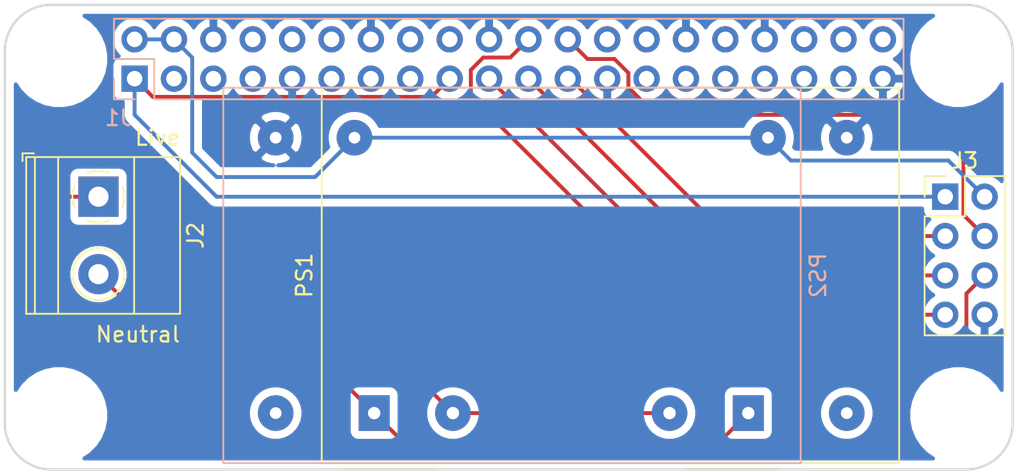
<source format=kicad_pcb>
(kicad_pcb (version 20171130) (host pcbnew "(5.1.8)-1")

  (general
    (thickness 1.6)
    (drawings 22)
    (tracks 55)
    (zones 0)
    (modules 9)
    (nets 36)
  )

  (page A4)
  (title_block
    (title "Raspberry Pi Zero W Mains Power HAT")
    (date 2020-11-09)
    (rev 1.0)
    (comment 1 "This PCB design is licensed under MIT Open Source License.")
    (comment 2 "Based on Raspberry Pi Zero (W) uHAT Template Board")
  )

  (layers
    (0 F.Cu signal)
    (31 B.Cu signal)
    (32 B.Adhes user)
    (33 F.Adhes user)
    (34 B.Paste user)
    (35 F.Paste user)
    (36 B.SilkS user)
    (37 F.SilkS user)
    (38 B.Mask user)
    (39 F.Mask user)
    (40 Dwgs.User user)
    (41 Cmts.User user hide)
    (42 Eco1.User user)
    (43 Eco2.User user)
    (44 Edge.Cuts user)
    (45 Margin user)
    (46 B.CrtYd user)
    (47 F.CrtYd user)
    (48 B.Fab user hide)
    (49 F.Fab user hide)
  )

  (setup
    (last_trace_width 0.25)
    (trace_clearance 0.2)
    (zone_clearance 0.508)
    (zone_45_only no)
    (trace_min 0.2)
    (via_size 0.8)
    (via_drill 0.4)
    (via_min_size 0.4)
    (via_min_drill 0.3)
    (uvia_size 0.3)
    (uvia_drill 0.1)
    (uvias_allowed no)
    (uvia_min_size 0.2)
    (uvia_min_drill 0.1)
    (edge_width 0.15)
    (segment_width 0.2)
    (pcb_text_width 0.3)
    (pcb_text_size 1.5 1.5)
    (mod_edge_width 0.15)
    (mod_text_size 1 1)
    (mod_text_width 0.15)
    (pad_size 1.524 1.524)
    (pad_drill 0.762)
    (pad_to_mask_clearance 0.051)
    (solder_mask_min_width 0.25)
    (aux_axis_origin 0 0)
    (grid_origin 121.032 94.568)
    (visible_elements 7FFFFFFF)
    (pcbplotparams
      (layerselection 0x010fc_ffffffff)
      (usegerberextensions false)
      (usegerberattributes false)
      (usegerberadvancedattributes false)
      (creategerberjobfile false)
      (excludeedgelayer true)
      (linewidth 0.100000)
      (plotframeref false)
      (viasonmask false)
      (mode 1)
      (useauxorigin false)
      (hpglpennumber 1)
      (hpglpenspeed 20)
      (hpglpendiameter 15.000000)
      (psnegative false)
      (psa4output false)
      (plotreference true)
      (plotvalue true)
      (plotinvisibletext false)
      (padsonsilk false)
      (subtractmaskfromsilk false)
      (outputformat 1)
      (mirror false)
      (drillshape 1)
      (scaleselection 1)
      (outputdirectory ""))
  )

  (net 0 "")
  (net 1 +3V3)
  (net 2 +5V)
  (net 3 /GPIO2_SDA1)
  (net 4 /GPIO3_SCL1)
  (net 5 GND)
  (net 6 /GPIO4_GPIO_GCLK)
  (net 7 /GPIO14_TXD0)
  (net 8 /GPIO15_RXD0)
  (net 9 /GPIO17_GEN0)
  (net 10 /GPIO18_GEN1)
  (net 11 /GPIO27_GEN2)
  (net 12 /GPIO22_GEN3)
  (net 13 /GPIO23_GEN4)
  (net 14 /GPIO24_GEN5)
  (net 15 /GPIO10_SPI_MOSI)
  (net 16 /GPIO9_SPI_MISO)
  (net 17 /GPIO25_GEN6)
  (net 18 /GPIO11_SPI_SCLK)
  (net 19 /GPIO8_SPI_CE0_N)
  (net 20 /GPIO7_SPI_CE1_N)
  (net 21 /ID_SD)
  (net 22 /ID_SC)
  (net 23 /GPIO5)
  (net 24 /GPIO6)
  (net 25 /GPIO12)
  (net 26 /GPIO13)
  (net 27 /GPIO19)
  (net 28 /GPIO16)
  (net 29 /GPIO26)
  (net 30 /GPIO20)
  (net 31 /GPIO21)
  (net 32 "Net-(PS1-Pad5)")
  (net 33 "Net-(J2-Pad1)")
  (net 34 "Net-(J2-Pad2)")
  (net 35 "Net-(PS2-Pad5)")

  (net_class Default "This is the default net class."
    (clearance 0.2)
    (trace_width 0.25)
    (via_dia 0.8)
    (via_drill 0.4)
    (uvia_dia 0.3)
    (uvia_drill 0.1)
    (add_net +3V3)
    (add_net +5V)
    (add_net /GPIO10_SPI_MOSI)
    (add_net /GPIO11_SPI_SCLK)
    (add_net /GPIO12)
    (add_net /GPIO13)
    (add_net /GPIO14_TXD0)
    (add_net /GPIO15_RXD0)
    (add_net /GPIO16)
    (add_net /GPIO17_GEN0)
    (add_net /GPIO18_GEN1)
    (add_net /GPIO19)
    (add_net /GPIO20)
    (add_net /GPIO21)
    (add_net /GPIO22_GEN3)
    (add_net /GPIO23_GEN4)
    (add_net /GPIO24_GEN5)
    (add_net /GPIO25_GEN6)
    (add_net /GPIO26)
    (add_net /GPIO27_GEN2)
    (add_net /GPIO2_SDA1)
    (add_net /GPIO3_SCL1)
    (add_net /GPIO4_GPIO_GCLK)
    (add_net /GPIO5)
    (add_net /GPIO6)
    (add_net /GPIO7_SPI_CE1_N)
    (add_net /GPIO8_SPI_CE0_N)
    (add_net /GPIO9_SPI_MISO)
    (add_net /ID_SC)
    (add_net /ID_SD)
    (add_net GND)
    (add_net "Net-(J2-Pad1)")
    (add_net "Net-(J2-Pad2)")
    (add_net "Net-(PS1-Pad5)")
    (add_net "Net-(PS2-Pad5)")
  )

  (module Connector_PinHeader_2.54mm:PinHeader_2x04_P2.54mm_Vertical (layer F.Cu) (tedit 59FED5CC) (tstamp 5FAA6B90)
    (at 178.182 103.458)
    (descr "Through hole straight pin header, 2x04, 2.54mm pitch, double rows")
    (tags "Through hole pin header THT 2x04 2.54mm double row")
    (path /5FB47DDE)
    (fp_text reference J3 (at 1.27 -2.33) (layer F.SilkS)
      (effects (font (size 1 1) (thickness 0.15)))
    )
    (fp_text value "SPI Breakout" (at 1.27 9.95) (layer F.Fab)
      (effects (font (size 1 1) (thickness 0.15)))
    )
    (fp_line (start 4.35 -1.8) (end -1.8 -1.8) (layer F.CrtYd) (width 0.05))
    (fp_line (start 4.35 9.4) (end 4.35 -1.8) (layer F.CrtYd) (width 0.05))
    (fp_line (start -1.8 9.4) (end 4.35 9.4) (layer F.CrtYd) (width 0.05))
    (fp_line (start -1.8 -1.8) (end -1.8 9.4) (layer F.CrtYd) (width 0.05))
    (fp_line (start -1.33 -1.33) (end 0 -1.33) (layer F.SilkS) (width 0.12))
    (fp_line (start -1.33 0) (end -1.33 -1.33) (layer F.SilkS) (width 0.12))
    (fp_line (start 1.27 -1.33) (end 3.87 -1.33) (layer F.SilkS) (width 0.12))
    (fp_line (start 1.27 1.27) (end 1.27 -1.33) (layer F.SilkS) (width 0.12))
    (fp_line (start -1.33 1.27) (end 1.27 1.27) (layer F.SilkS) (width 0.12))
    (fp_line (start 3.87 -1.33) (end 3.87 8.95) (layer F.SilkS) (width 0.12))
    (fp_line (start -1.33 1.27) (end -1.33 8.95) (layer F.SilkS) (width 0.12))
    (fp_line (start -1.33 8.95) (end 3.87 8.95) (layer F.SilkS) (width 0.12))
    (fp_line (start -1.27 0) (end 0 -1.27) (layer F.Fab) (width 0.1))
    (fp_line (start -1.27 8.89) (end -1.27 0) (layer F.Fab) (width 0.1))
    (fp_line (start 3.81 8.89) (end -1.27 8.89) (layer F.Fab) (width 0.1))
    (fp_line (start 3.81 -1.27) (end 3.81 8.89) (layer F.Fab) (width 0.1))
    (fp_line (start 0 -1.27) (end 3.81 -1.27) (layer F.Fab) (width 0.1))
    (fp_text user %R (at 1.27 3.81 90) (layer F.Fab)
      (effects (font (size 1 1) (thickness 0.15)))
    )
    (pad 8 thru_hole oval (at 2.54 7.62) (size 1.7 1.7) (drill 1) (layers *.Cu *.Mask)
      (net 5 GND))
    (pad 7 thru_hole oval (at 0 7.62) (size 1.7 1.7) (drill 1) (layers *.Cu *.Mask)
      (net 15 /GPIO10_SPI_MOSI))
    (pad 6 thru_hole oval (at 2.54 5.08) (size 1.7 1.7) (drill 1) (layers *.Cu *.Mask)
      (net 17 /GPIO25_GEN6))
    (pad 5 thru_hole oval (at 0 5.08) (size 1.7 1.7) (drill 1) (layers *.Cu *.Mask)
      (net 16 /GPIO9_SPI_MISO))
    (pad 4 thru_hole oval (at 2.54 2.54) (size 1.7 1.7) (drill 1) (layers *.Cu *.Mask)
      (net 19 /GPIO8_SPI_CE0_N))
    (pad 3 thru_hole oval (at 0 2.54) (size 1.7 1.7) (drill 1) (layers *.Cu *.Mask)
      (net 18 /GPIO11_SPI_SCLK))
    (pad 2 thru_hole oval (at 2.54 0) (size 1.7 1.7) (drill 1) (layers *.Cu *.Mask)
      (net 2 +5V))
    (pad 1 thru_hole rect (at 0 0) (size 1.7 1.7) (drill 1) (layers *.Cu *.Mask)
      (net 1 +3V3))
    (model ${KISYS3DMOD}/Connector_PinHeader_2.54mm.3dshapes/PinHeader_2x04_P2.54mm_Vertical.wrl
      (at (xyz 0 0 0))
      (scale (xyz 1 1 1))
      (rotate (xyz 0 0 0))
    )
  )

  (module Converter_ACDC:Converter_ACDC_MeanWell_IRM-03-xx_THT (layer B.Cu) (tedit 5C747753) (tstamp 5FAA563C)
    (at 165.482 117.428 90)
    (descr "ACDC-Converter, 3W, Meanwell, IRM-03, THT, https://www.meanwell.com/Upload/PDF/IRM-03/IRM-03-SPEC.PDF")
    (tags "ACDC-Converter 3W THT")
    (path /5FADDD34)
    (fp_text reference PS2 (at 8.89 4.5 90) (layer B.SilkS)
      (effects (font (size 1 1) (thickness 0.15)) (justify mirror))
    )
    (fp_text value IRM-03-5 (at 8.89 -16.24 90) (layer B.Fab)
      (effects (font (size 1 1) (thickness 0.15)) (justify mirror))
    )
    (fp_line (start -3.61 2) (end -3.61 -4) (layer B.SilkS) (width 0.12))
    (fp_line (start -3.11 -1) (end -2.11 0) (layer B.Fab) (width 0.1))
    (fp_line (start -2.11 0) (end -3.11 1) (layer B.Fab) (width 0.1))
    (fp_line (start -3.11 1) (end -3.11 3.26) (layer B.Fab) (width 0.1))
    (fp_line (start -3.11 -1) (end -3.11 -33.74) (layer B.Fab) (width 0.1))
    (fp_line (start 20.89 3.26) (end -3.11 3.26) (layer B.Fab) (width 0.1))
    (fp_line (start 20.89 -33.74) (end -3.11 -33.74) (layer B.Fab) (width 0.1))
    (fp_line (start 20.89 3.26) (end 20.89 -33.74) (layer B.Fab) (width 0.1))
    (fp_line (start 21.01 3.38) (end 21.01 -33.86) (layer B.SilkS) (width 0.12))
    (fp_line (start -3.23 3.38) (end -3.23 -33.86) (layer B.SilkS) (width 0.12))
    (fp_line (start -3.23 -33.86) (end 21.01 -33.86) (layer B.SilkS) (width 0.12))
    (fp_line (start 21.01 3.38) (end -3.23 3.38) (layer B.SilkS) (width 0.12))
    (fp_line (start 21.14 3.51) (end 21.14 -33.99) (layer B.CrtYd) (width 0.05))
    (fp_line (start 21.14 -33.99) (end -3.36 -33.99) (layer B.CrtYd) (width 0.05))
    (fp_line (start -3.36 3.51) (end -3.36 -33.99) (layer B.CrtYd) (width 0.05))
    (fp_line (start 21.14 3.51) (end -3.36 3.51) (layer B.CrtYd) (width 0.05))
    (fp_text user %R (at 8.89 -14.24 90) (layer B.Fab)
      (effects (font (size 1 1) (thickness 0.15)) (justify mirror))
    )
    (pad 5 thru_hole circle (at 0 -30.48 90) (size 2.3 2.3) (drill 0.76) (layers *.Cu *.Mask)
      (net 35 "Net-(PS2-Pad5)"))
    (pad 1 thru_hole rect (at 0 0 90) (size 2.3 2) (drill 0.8) (layers *.Cu *.Mask)
      (net 33 "Net-(J2-Pad1)"))
    (pad 3 thru_hole circle (at 0 -5.08 90) (size 2.3 2.3) (drill 0.8) (layers *.Cu *.Mask)
      (net 34 "Net-(J2-Pad2)"))
    (pad 14 thru_hole circle (at 17.78 -30.48 90) (size 2.3 2.3) (drill 0.76) (layers *.Cu *.Mask)
      (net 5 GND))
    (pad 16 thru_hole circle (at 17.78 -25.4 90) (size 2.3 2.3) (drill 0.76) (layers *.Cu *.Mask)
      (net 2 +5V))
    (model ${KISYS3DMOD}/Converter_ACDC.3dshapes/Converter_ACDC_MeanWell_IRM-03-xx_THT.wrl
      (at (xyz 0 0 0))
      (scale (xyz 1 1 1))
      (rotate (xyz 0 0 0))
    )
  )

  (module Converter_ACDC:Converter_ACDC_MeanWell_IRM-03-xx_THT (layer F.Cu) (tedit 5C747753) (tstamp 5FAA51DD)
    (at 141.352 117.428 90)
    (descr "ACDC-Converter, 3W, Meanwell, IRM-03, THT, https://www.meanwell.com/Upload/PDF/IRM-03/IRM-03-SPEC.PDF")
    (tags "ACDC-Converter 3W THT")
    (path /5FAA3753)
    (fp_text reference PS1 (at 8.89 -4.5 90) (layer F.SilkS)
      (effects (font (size 1 1) (thickness 0.15)))
    )
    (fp_text value IRM-03-5 (at 8.89 16.24 90) (layer F.Fab)
      (effects (font (size 1 1) (thickness 0.15)))
    )
    (fp_line (start 21.14 -3.51) (end -3.36 -3.51) (layer F.CrtYd) (width 0.05))
    (fp_line (start -3.36 -3.51) (end -3.36 33.99) (layer F.CrtYd) (width 0.05))
    (fp_line (start 21.14 33.99) (end -3.36 33.99) (layer F.CrtYd) (width 0.05))
    (fp_line (start 21.14 -3.51) (end 21.14 33.99) (layer F.CrtYd) (width 0.05))
    (fp_line (start 21.01 -3.38) (end -3.23 -3.38) (layer F.SilkS) (width 0.12))
    (fp_line (start -3.23 33.86) (end 21.01 33.86) (layer F.SilkS) (width 0.12))
    (fp_line (start -3.23 -3.38) (end -3.23 33.86) (layer F.SilkS) (width 0.12))
    (fp_line (start 21.01 -3.38) (end 21.01 33.86) (layer F.SilkS) (width 0.12))
    (fp_line (start 20.89 -3.26) (end 20.89 33.74) (layer F.Fab) (width 0.1))
    (fp_line (start 20.89 33.74) (end -3.11 33.74) (layer F.Fab) (width 0.1))
    (fp_line (start 20.89 -3.26) (end -3.11 -3.26) (layer F.Fab) (width 0.1))
    (fp_line (start -3.11 1) (end -3.11 33.74) (layer F.Fab) (width 0.1))
    (fp_line (start -3.11 -1) (end -3.11 -3.26) (layer F.Fab) (width 0.1))
    (fp_line (start -2.11 0) (end -3.11 -1) (layer F.Fab) (width 0.1))
    (fp_line (start -3.11 1) (end -2.11 0) (layer F.Fab) (width 0.1))
    (fp_line (start -3.61 -2) (end -3.61 4) (layer F.SilkS) (width 0.12))
    (fp_text user %R (at 8.89 14.24 90) (layer F.Fab)
      (effects (font (size 1 1) (thickness 0.15)))
    )
    (pad 5 thru_hole circle (at 0 30.48 90) (size 2.3 2.3) (drill 0.76) (layers *.Cu *.Mask)
      (net 32 "Net-(PS1-Pad5)"))
    (pad 1 thru_hole rect (at 0 0 90) (size 2.3 2) (drill 0.8) (layers *.Cu *.Mask)
      (net 33 "Net-(J2-Pad1)"))
    (pad 3 thru_hole circle (at 0 5.08 90) (size 2.3 2.3) (drill 0.8) (layers *.Cu *.Mask)
      (net 34 "Net-(J2-Pad2)"))
    (pad 14 thru_hole circle (at 17.78 30.48 90) (size 2.3 2.3) (drill 0.76) (layers *.Cu *.Mask)
      (net 5 GND))
    (pad 16 thru_hole circle (at 17.78 25.4 90) (size 2.3 2.3) (drill 0.76) (layers *.Cu *.Mask)
      (net 2 +5V))
    (model ${KISYS3DMOD}/Converter_ACDC.3dshapes/Converter_ACDC_MeanWell_IRM-03-xx_THT.wrl
      (at (xyz 0 0 0))
      (scale (xyz 1 1 1))
      (rotate (xyz 0 0 0))
    )
  )

  (module lib:PinSocket_2x20_P2.54mm_Vertical_Centered_Anchor (layer B.Cu) (tedit 5C78E1B8) (tstamp 5C78EB08)
    (at 125.902 95.838 270)
    (descr "Through hole straight socket strip, 2x20, 2.54mm pitch, double cols (from Kicad 4.0.7), script generated")
    (tags "Through hole socket strip THT 2x20 2.54mm double row")
    (path /5C77771F)
    (fp_text reference J1 (at 2.54 1.06) (layer B.SilkS)
      (effects (font (size 1 1) (thickness 0.15)) (justify mirror))
    )
    (fp_text value GPIO_CONNECTOR (at 2.7 -27.3) (layer B.Fab)
      (effects (font (size 1 1) (thickness 0.15)) (justify mirror))
    )
    (fp_line (start -3.81 1.27) (end 0.27 1.27) (layer B.Fab) (width 0.1))
    (fp_line (start 0.27 1.27) (end 1.27 0.27) (layer B.Fab) (width 0.1))
    (fp_line (start 1.27 0.27) (end 1.27 -49.53) (layer B.Fab) (width 0.1))
    (fp_line (start 1.27 -49.53) (end -3.81 -49.53) (layer B.Fab) (width 0.1))
    (fp_line (start -3.81 -49.53) (end -3.81 1.27) (layer B.Fab) (width 0.1))
    (fp_line (start -3.87 1.33) (end -1.27 1.33) (layer B.SilkS) (width 0.12))
    (fp_line (start -3.87 1.33) (end -3.87 -49.59) (layer B.SilkS) (width 0.12))
    (fp_line (start -3.87 -49.59) (end 1.33 -49.59) (layer B.SilkS) (width 0.12))
    (fp_line (start 1.33 -1.27) (end 1.33 -49.59) (layer B.SilkS) (width 0.12))
    (fp_line (start -1.27 -1.27) (end 1.33 -1.27) (layer B.SilkS) (width 0.12))
    (fp_line (start -1.27 1.33) (end -1.27 -1.27) (layer B.SilkS) (width 0.12))
    (fp_line (start 1.33 1.33) (end 1.33 0) (layer B.SilkS) (width 0.12))
    (fp_line (start 0 1.33) (end 1.33 1.33) (layer B.SilkS) (width 0.12))
    (fp_line (start -4.34 1.8) (end 1.76 1.8) (layer B.CrtYd) (width 0.05))
    (fp_line (start 1.76 1.8) (end 1.76 -50) (layer B.CrtYd) (width 0.05))
    (fp_line (start 1.76 -50) (end -4.34 -50) (layer B.CrtYd) (width 0.05))
    (fp_line (start -4.34 -50) (end -4.34 1.8) (layer B.CrtYd) (width 0.05))
    (fp_text user %R (at 2.8 -18.3 180) (layer B.Fab)
      (effects (font (size 1 1) (thickness 0.15)) (justify mirror))
    )
    (pad 1 thru_hole rect (at 0 0 270) (size 1.7 1.7) (drill 1) (layers *.Cu *.Mask)
      (net 1 +3V3))
    (pad 2 thru_hole oval (at -2.54 0 270) (size 1.7 1.7) (drill 1) (layers *.Cu *.Mask)
      (net 2 +5V))
    (pad 3 thru_hole oval (at 0 -2.54 270) (size 1.7 1.7) (drill 1) (layers *.Cu *.Mask)
      (net 3 /GPIO2_SDA1))
    (pad 4 thru_hole oval (at -2.54 -2.54 270) (size 1.7 1.7) (drill 1) (layers *.Cu *.Mask)
      (net 2 +5V))
    (pad 5 thru_hole oval (at 0 -5.08 270) (size 1.7 1.7) (drill 1) (layers *.Cu *.Mask)
      (net 4 /GPIO3_SCL1))
    (pad 6 thru_hole oval (at -2.54 -5.08 270) (size 1.7 1.7) (drill 1) (layers *.Cu *.Mask)
      (net 5 GND))
    (pad 7 thru_hole oval (at 0 -7.62 270) (size 1.7 1.7) (drill 1) (layers *.Cu *.Mask)
      (net 6 /GPIO4_GPIO_GCLK))
    (pad 8 thru_hole oval (at -2.54 -7.62 270) (size 1.7 1.7) (drill 1) (layers *.Cu *.Mask)
      (net 7 /GPIO14_TXD0))
    (pad 9 thru_hole oval (at 0 -10.16 270) (size 1.7 1.7) (drill 1) (layers *.Cu *.Mask)
      (net 5 GND))
    (pad 10 thru_hole oval (at -2.54 -10.16 270) (size 1.7 1.7) (drill 1) (layers *.Cu *.Mask)
      (net 8 /GPIO15_RXD0))
    (pad 11 thru_hole oval (at 0 -12.7 270) (size 1.7 1.7) (drill 1) (layers *.Cu *.Mask)
      (net 9 /GPIO17_GEN0))
    (pad 12 thru_hole oval (at -2.54 -12.7 270) (size 1.7 1.7) (drill 1) (layers *.Cu *.Mask)
      (net 10 /GPIO18_GEN1))
    (pad 13 thru_hole oval (at 0 -15.24 270) (size 1.7 1.7) (drill 1) (layers *.Cu *.Mask)
      (net 11 /GPIO27_GEN2))
    (pad 14 thru_hole oval (at -2.54 -15.24 270) (size 1.7 1.7) (drill 1) (layers *.Cu *.Mask)
      (net 5 GND))
    (pad 15 thru_hole oval (at 0 -17.78 270) (size 1.7 1.7) (drill 1) (layers *.Cu *.Mask)
      (net 12 /GPIO22_GEN3))
    (pad 16 thru_hole oval (at -2.54 -17.78 270) (size 1.7 1.7) (drill 1) (layers *.Cu *.Mask)
      (net 13 /GPIO23_GEN4))
    (pad 17 thru_hole oval (at 0 -20.32 270) (size 1.7 1.7) (drill 1) (layers *.Cu *.Mask)
      (net 1 +3V3))
    (pad 18 thru_hole oval (at -2.54 -20.32 270) (size 1.7 1.7) (drill 1) (layers *.Cu *.Mask)
      (net 14 /GPIO24_GEN5))
    (pad 19 thru_hole oval (at 0 -22.86 270) (size 1.7 1.7) (drill 1) (layers *.Cu *.Mask)
      (net 15 /GPIO10_SPI_MOSI))
    (pad 20 thru_hole oval (at -2.54 -22.86 270) (size 1.7 1.7) (drill 1) (layers *.Cu *.Mask)
      (net 5 GND))
    (pad 21 thru_hole oval (at 0 -25.4 270) (size 1.7 1.7) (drill 1) (layers *.Cu *.Mask)
      (net 16 /GPIO9_SPI_MISO))
    (pad 22 thru_hole oval (at -2.54 -25.4 270) (size 1.7 1.7) (drill 1) (layers *.Cu *.Mask)
      (net 17 /GPIO25_GEN6))
    (pad 23 thru_hole oval (at 0 -27.94 270) (size 1.7 1.7) (drill 1) (layers *.Cu *.Mask)
      (net 18 /GPIO11_SPI_SCLK))
    (pad 24 thru_hole oval (at -2.54 -27.94 270) (size 1.7 1.7) (drill 1) (layers *.Cu *.Mask)
      (net 19 /GPIO8_SPI_CE0_N))
    (pad 25 thru_hole oval (at 0 -30.48 270) (size 1.7 1.7) (drill 1) (layers *.Cu *.Mask)
      (net 5 GND))
    (pad 26 thru_hole oval (at -2.54 -30.48 270) (size 1.7 1.7) (drill 1) (layers *.Cu *.Mask)
      (net 20 /GPIO7_SPI_CE1_N))
    (pad 27 thru_hole oval (at 0 -33.02 270) (size 1.7 1.7) (drill 1) (layers *.Cu *.Mask)
      (net 21 /ID_SD))
    (pad 28 thru_hole oval (at -2.54 -33.02 270) (size 1.7 1.7) (drill 1) (layers *.Cu *.Mask)
      (net 22 /ID_SC))
    (pad 29 thru_hole oval (at 0 -35.56 270) (size 1.7 1.7) (drill 1) (layers *.Cu *.Mask)
      (net 23 /GPIO5))
    (pad 30 thru_hole oval (at -2.54 -35.56 270) (size 1.7 1.7) (drill 1) (layers *.Cu *.Mask)
      (net 5 GND))
    (pad 31 thru_hole oval (at 0 -38.1 270) (size 1.7 1.7) (drill 1) (layers *.Cu *.Mask)
      (net 24 /GPIO6))
    (pad 32 thru_hole oval (at -2.54 -38.1 270) (size 1.7 1.7) (drill 1) (layers *.Cu *.Mask)
      (net 25 /GPIO12))
    (pad 33 thru_hole oval (at 0 -40.64 270) (size 1.7 1.7) (drill 1) (layers *.Cu *.Mask)
      (net 26 /GPIO13))
    (pad 34 thru_hole oval (at -2.54 -40.64 270) (size 1.7 1.7) (drill 1) (layers *.Cu *.Mask)
      (net 5 GND))
    (pad 35 thru_hole oval (at 0 -43.18 270) (size 1.7 1.7) (drill 1) (layers *.Cu *.Mask)
      (net 27 /GPIO19))
    (pad 36 thru_hole oval (at -2.54 -43.18 270) (size 1.7 1.7) (drill 1) (layers *.Cu *.Mask)
      (net 28 /GPIO16))
    (pad 37 thru_hole oval (at 0 -45.72 270) (size 1.7 1.7) (drill 1) (layers *.Cu *.Mask)
      (net 29 /GPIO26))
    (pad 38 thru_hole oval (at -2.54 -45.72 270) (size 1.7 1.7) (drill 1) (layers *.Cu *.Mask)
      (net 30 /GPIO20))
    (pad 39 thru_hole oval (at 0 -48.26 270) (size 1.7 1.7) (drill 1) (layers *.Cu *.Mask)
      (net 5 GND))
    (pad 40 thru_hole oval (at -2.54 -48.26 270) (size 1.7 1.7) (drill 1) (layers *.Cu *.Mask)
      (net 31 /GPIO21))
    (model ${KISYS3DMOD}/Connector_PinSocket_2.54mm.3dshapes/PinSocket_2x20_P2.54mm_Vertical.wrl
      (at (xyz 0 0 0))
      (scale (xyz 1 1 1))
      (rotate (xyz 0 0 0))
    )
  )

  (module lib:MountingHole_2.7mm_M2.5_uHAT_RPi locked (layer F.Cu) (tedit 5C78B840) (tstamp 5C78BBE2)
    (at 121.032 94.568)
    (descr "Mounting Hole 2.7mm, no annular, M2.5")
    (tags "mounting hole 2.7mm no annular m2.5")
    (path /5C7C4C81)
    (attr virtual)
    (fp_text reference H1 (at 0 -3.7) (layer F.SilkS) hide
      (effects (font (size 1 1) (thickness 0.15)))
    )
    (fp_text value MountingHole (at 0 3.7) (layer F.Fab) hide
      (effects (font (size 1 1) (thickness 0.15)))
    )
    (fp_circle (center 0 0) (end 2.7 0) (layer Cmts.User) (width 0.15))
    (fp_circle (center 0 0) (end 2.95 0) (layer F.CrtYd) (width 0.05))
    (fp_text user %R (at 0.3 0) (layer F.Fab)
      (effects (font (size 1 1) (thickness 0.15)))
    )
    (pad "" np_thru_hole circle (at 0 0) (size 2.7 2.7) (drill 2.7) (layers *.Cu *.Mask)
      (clearance 1.75))
  )

  (module lib:MountingHole_2.7mm_M2.5_uHAT_RPi locked (layer F.Cu) (tedit 5C78B867) (tstamp 5C78BBE9)
    (at 179.032 94.568)
    (descr "Mounting Hole 2.7mm, no annular, M2.5")
    (tags "mounting hole 2.7mm no annular m2.5")
    (path /5C7C7FBC)
    (attr virtual)
    (fp_text reference H2 (at 0 -3.7) (layer F.SilkS) hide
      (effects (font (size 1 1) (thickness 0.15)))
    )
    (fp_text value MountingHole (at 0 3.7) (layer F.Fab) hide
      (effects (font (size 1 1) (thickness 0.15)))
    )
    (fp_circle (center 0 0) (end 2.95 0) (layer F.CrtYd) (width 0.05))
    (fp_circle (center 0 0) (end 2.7 0) (layer Cmts.User) (width 0.15))
    (fp_text user %R (at 0.3 0) (layer F.Fab)
      (effects (font (size 1 1) (thickness 0.15)))
    )
    (pad "" np_thru_hole circle (at 0 0) (size 2.7 2.7) (drill 2.7) (layers *.Cu *.Mask)
      (clearance 1.75))
  )

  (module lib:MountingHole_2.7mm_M2.5_uHAT_RPi locked (layer F.Cu) (tedit 5C78B860) (tstamp 5C78BBF0)
    (at 179.032 117.568)
    (descr "Mounting Hole 2.7mm, no annular, M2.5")
    (tags "mounting hole 2.7mm no annular m2.5")
    (path /5C7C8014)
    (attr virtual)
    (fp_text reference H3 (at 0 -3.7) (layer F.SilkS) hide
      (effects (font (size 1 1) (thickness 0.15)))
    )
    (fp_text value MountingHole (at 0 3.7) (layer F.Fab) hide
      (effects (font (size 1 1) (thickness 0.15)))
    )
    (fp_circle (center 0 0) (end 2.7 0) (layer Cmts.User) (width 0.15))
    (fp_circle (center 0 0) (end 2.95 0) (layer F.CrtYd) (width 0.05))
    (fp_text user %R (at 0.3 0) (layer F.Fab)
      (effects (font (size 1 1) (thickness 0.15)))
    )
    (pad "" np_thru_hole circle (at 0 0) (size 2.7 2.7) (drill 2.7) (layers *.Cu *.Mask)
      (clearance 1.75))
  )

  (module lib:MountingHole_2.7mm_M2.5_uHAT_RPi locked (layer F.Cu) (tedit 5C78B845) (tstamp 5C78BBF7)
    (at 121.032 117.568)
    (descr "Mounting Hole 2.7mm, no annular, M2.5")
    (tags "mounting hole 2.7mm no annular m2.5")
    (path /5C7C8030)
    (attr virtual)
    (fp_text reference H4 (at 0 -3.7) (layer F.SilkS) hide
      (effects (font (size 1 1) (thickness 0.15)))
    )
    (fp_text value MountingHole (at 0 3.7) (layer F.Fab) hide
      (effects (font (size 1 1) (thickness 0.15)))
    )
    (fp_circle (center 0 0) (end 2.95 0) (layer F.CrtYd) (width 0.05))
    (fp_circle (center 0 0) (end 2.7 0) (layer Cmts.User) (width 0.15))
    (fp_text user %R (at 0.3 0) (layer F.Fab)
      (effects (font (size 1 1) (thickness 0.15)))
    )
    (pad "" np_thru_hole circle (at 0 0) (size 2.7 2.7) (drill 2.7) (layers *.Cu *.Mask)
      (clearance 1.75))
  )

  (module TerminalBlock_Phoenix:TerminalBlock_Phoenix_MKDS-1,5-2_1x02_P5.00mm_Horizontal (layer F.Cu) (tedit 5B294EE5) (tstamp 5FAA513A)
    (at 123.572 103.458 270)
    (descr "Terminal Block Phoenix MKDS-1,5-2, 2 pins, pitch 5mm, size 10x9.8mm^2, drill diamater 1.3mm, pad diameter 2.6mm, see http://www.farnell.com/datasheets/100425.pdf, script-generated using https://github.com/pointhi/kicad-footprint-generator/scripts/TerminalBlock_Phoenix")
    (tags "THT Terminal Block Phoenix MKDS-1,5-2 pitch 5mm size 10x9.8mm^2 drill 1.3mm pad 2.6mm")
    (path /5FAB1020)
    (fp_text reference J2 (at 2.5 -6.26 90) (layer F.SilkS)
      (effects (font (size 1 1) (thickness 0.15)))
    )
    (fp_text value Screw_Terminal_01x02 (at 2.5 5.66 90) (layer F.Fab)
      (effects (font (size 1 1) (thickness 0.15)))
    )
    (fp_circle (center 0 0) (end 1.5 0) (layer F.Fab) (width 0.1))
    (fp_circle (center 5 0) (end 6.5 0) (layer F.Fab) (width 0.1))
    (fp_circle (center 5 0) (end 6.68 0) (layer F.SilkS) (width 0.12))
    (fp_line (start -2.5 -5.2) (end 7.5 -5.2) (layer F.Fab) (width 0.1))
    (fp_line (start 7.5 -5.2) (end 7.5 4.6) (layer F.Fab) (width 0.1))
    (fp_line (start 7.5 4.6) (end -2 4.6) (layer F.Fab) (width 0.1))
    (fp_line (start -2 4.6) (end -2.5 4.1) (layer F.Fab) (width 0.1))
    (fp_line (start -2.5 4.1) (end -2.5 -5.2) (layer F.Fab) (width 0.1))
    (fp_line (start -2.5 4.1) (end 7.5 4.1) (layer F.Fab) (width 0.1))
    (fp_line (start -2.56 4.1) (end 7.56 4.1) (layer F.SilkS) (width 0.12))
    (fp_line (start -2.5 2.6) (end 7.5 2.6) (layer F.Fab) (width 0.1))
    (fp_line (start -2.56 2.6) (end 7.56 2.6) (layer F.SilkS) (width 0.12))
    (fp_line (start -2.5 -2.3) (end 7.5 -2.3) (layer F.Fab) (width 0.1))
    (fp_line (start -2.56 -2.301) (end 7.56 -2.301) (layer F.SilkS) (width 0.12))
    (fp_line (start -2.56 -5.261) (end 7.56 -5.261) (layer F.SilkS) (width 0.12))
    (fp_line (start -2.56 4.66) (end 7.56 4.66) (layer F.SilkS) (width 0.12))
    (fp_line (start -2.56 -5.261) (end -2.56 4.66) (layer F.SilkS) (width 0.12))
    (fp_line (start 7.56 -5.261) (end 7.56 4.66) (layer F.SilkS) (width 0.12))
    (fp_line (start 1.138 -0.955) (end -0.955 1.138) (layer F.Fab) (width 0.1))
    (fp_line (start 0.955 -1.138) (end -1.138 0.955) (layer F.Fab) (width 0.1))
    (fp_line (start 6.138 -0.955) (end 4.046 1.138) (layer F.Fab) (width 0.1))
    (fp_line (start 5.955 -1.138) (end 3.863 0.955) (layer F.Fab) (width 0.1))
    (fp_line (start 6.275 -1.069) (end 6.228 -1.023) (layer F.SilkS) (width 0.12))
    (fp_line (start 3.966 1.239) (end 3.931 1.274) (layer F.SilkS) (width 0.12))
    (fp_line (start 6.07 -1.275) (end 6.035 -1.239) (layer F.SilkS) (width 0.12))
    (fp_line (start 3.773 1.023) (end 3.726 1.069) (layer F.SilkS) (width 0.12))
    (fp_line (start -2.8 4.16) (end -2.8 4.9) (layer F.SilkS) (width 0.12))
    (fp_line (start -2.8 4.9) (end -2.3 4.9) (layer F.SilkS) (width 0.12))
    (fp_line (start -3 -5.71) (end -3 5.1) (layer F.CrtYd) (width 0.05))
    (fp_line (start -3 5.1) (end 8 5.1) (layer F.CrtYd) (width 0.05))
    (fp_line (start 8 5.1) (end 8 -5.71) (layer F.CrtYd) (width 0.05))
    (fp_line (start 8 -5.71) (end -3 -5.71) (layer F.CrtYd) (width 0.05))
    (fp_arc (start 0 0) (end 0 1.68) (angle -24) (layer F.SilkS) (width 0.12))
    (fp_arc (start 0 0) (end 1.535 0.684) (angle -48) (layer F.SilkS) (width 0.12))
    (fp_arc (start 0 0) (end 0.684 -1.535) (angle -48) (layer F.SilkS) (width 0.12))
    (fp_arc (start 0 0) (end -1.535 -0.684) (angle -48) (layer F.SilkS) (width 0.12))
    (fp_arc (start 0 0) (end -0.684 1.535) (angle -25) (layer F.SilkS) (width 0.12))
    (fp_text user %R (at 2.5 3.2 90) (layer F.Fab)
      (effects (font (size 1 1) (thickness 0.15)))
    )
    (pad 1 thru_hole rect (at 0 0 270) (size 2.6 2.6) (drill 1.3) (layers *.Cu *.Mask)
      (net 33 "Net-(J2-Pad1)"))
    (pad 2 thru_hole circle (at 5 0 270) (size 2.6 2.6) (drill 1.3) (layers *.Cu *.Mask)
      (net 34 "Net-(J2-Pad2)"))
    (model ${KISYS3DMOD}/TerminalBlock_Phoenix.3dshapes/TerminalBlock_Phoenix_MKDS-1,5-2_1x02_P5.00mm_Horizontal.wrl
      (at (xyz 0 0 0))
      (scale (xyz 1 1 1))
      (rotate (xyz 0 0 0))
    )
  )

  (gr_text "Neutral\n" (at 126.112 112.348) (layer F.SilkS)
    (effects (font (size 1 1) (thickness 0.15)))
  )
  (gr_text "Live\n" (at 127.382 99.648) (layer F.SilkS)
    (effects (font (size 1 1) (thickness 0.15)))
  )
  (gr_text "Board dimensions are on Cmts (Comments) layer. \nDeselect it in Layers Manager to make them invisible.\n\nGPIO connector nets are not connected, these will get \nupdated as per your schematic/netlist." (at 120.524 139.272) (layer Cmts.User)
    (effects (font (size 1.5 1.5) (thickness 0.3)) (justify left))
  )
  (gr_text "Board Corner Radius = 3mm\nAll holes are M2.5" (at 184.278 87.202) (layer Cmts.User)
    (effects (font (size 1.5 1.5) (thickness 0.3)) (justify left))
  )
  (dimension 29 (width 0.3) (layer Cmts.User)
    (gr_text "29.000 mm" (at 135.532 103.868) (layer Cmts.User)
      (effects (font (size 1.5 1.5) (thickness 0.3)))
    )
    (feature1 (pts (xy 121.032 94.568) (xy 121.032 102.354421)))
    (feature2 (pts (xy 150.032 94.568) (xy 150.032 102.354421)))
    (crossbar (pts (xy 150.032 101.768) (xy 121.032 101.768)))
    (arrow1a (pts (xy 121.032 101.768) (xy 122.158504 101.181579)))
    (arrow1b (pts (xy 121.032 101.768) (xy 122.158504 102.354421)))
    (arrow2a (pts (xy 150.032 101.768) (xy 148.905496 101.181579)))
    (arrow2b (pts (xy 150.032 101.768) (xy 148.905496 102.354421)))
  )
  (dimension 6.2 (width 0.3) (layer Cmts.User)
    (gr_text "6.200 mm" (at 179.032 129.268) (layer Cmts.User)
      (effects (font (size 1.5 1.5) (thickness 0.3)))
    )
    (feature1 (pts (xy 182.132 117.568) (xy 182.132 127.754421)))
    (feature2 (pts (xy 175.932 117.568) (xy 175.932 127.754421)))
    (crossbar (pts (xy 175.932 127.168) (xy 182.132 127.168)))
    (arrow1a (pts (xy 182.132 127.168) (xy 181.005496 127.754421)))
    (arrow1b (pts (xy 182.132 127.168) (xy 181.005496 126.581579)))
    (arrow2a (pts (xy 175.932 127.168) (xy 177.058504 127.754421)))
    (arrow2b (pts (xy 175.932 127.168) (xy 177.058504 126.581579)))
  )
  (dimension 3.5 (width 0.3) (layer Cmts.User)
    (gr_text "3.500 mm" (at 111.432 119.318 270) (layer Cmts.User)
      (effects (font (size 1.5 1.5) (thickness 0.3)))
    )
    (feature1 (pts (xy 121.032 121.068) (xy 112.945579 121.068)))
    (feature2 (pts (xy 121.032 117.568) (xy 112.945579 117.568)))
    (crossbar (pts (xy 113.532 117.568) (xy 113.532 121.068)))
    (arrow1a (pts (xy 113.532 121.068) (xy 112.945579 119.941496)))
    (arrow1b (pts (xy 113.532 121.068) (xy 114.118421 119.941496)))
    (arrow2a (pts (xy 113.532 117.568) (xy 112.945579 118.694504)))
    (arrow2b (pts (xy 113.532 117.568) (xy 114.118421 118.694504)))
  )
  (dimension 3.5 (width 0.3) (layer Cmts.User)
    (gr_text "3.500 mm" (at 119.282 125.668) (layer Cmts.User)
      (effects (font (size 1.5 1.5) (thickness 0.3)))
    )
    (feature1 (pts (xy 117.532 117.568) (xy 117.532 124.154421)))
    (feature2 (pts (xy 121.032 117.568) (xy 121.032 124.154421)))
    (crossbar (pts (xy 121.032 123.568) (xy 117.532 123.568)))
    (arrow1a (pts (xy 117.532 123.568) (xy 118.658504 122.981579)))
    (arrow1b (pts (xy 117.532 123.568) (xy 118.658504 124.154421)))
    (arrow2a (pts (xy 121.032 123.568) (xy 119.905496 122.981579)))
    (arrow2b (pts (xy 121.032 123.568) (xy 119.905496 124.154421)))
  )
  (dimension 30 (width 0.3) (layer Cmts.User)
    (gr_text "30.000 mm" (at 194.132 106.068 270) (layer Cmts.User)
      (effects (font (size 1.5 1.5) (thickness 0.3)))
    )
    (feature1 (pts (xy 179.032 121.068) (xy 192.618421 121.068)))
    (feature2 (pts (xy 179.032 91.068) (xy 192.618421 91.068)))
    (crossbar (pts (xy 192.032 91.068) (xy 192.032 121.068)))
    (arrow1a (pts (xy 192.032 121.068) (xy 191.445579 119.941496)))
    (arrow1b (pts (xy 192.032 121.068) (xy 192.618421 119.941496)))
    (arrow2a (pts (xy 192.032 91.068) (xy 191.445579 92.194504)))
    (arrow2b (pts (xy 192.032 91.068) (xy 192.618421 92.194504)))
  )
  (dimension 23 (width 0.3) (layer Cmts.User)
    (gr_text "23.000 mm" (at 188.632 106.068 270) (layer Cmts.User)
      (effects (font (size 1.5 1.5) (thickness 0.3)))
    )
    (feature1 (pts (xy 179.032 117.568) (xy 187.118421 117.568)))
    (feature2 (pts (xy 179.032 94.568) (xy 187.118421 94.568)))
    (crossbar (pts (xy 186.532 94.568) (xy 186.532 117.568)))
    (arrow1a (pts (xy 186.532 117.568) (xy 185.945579 116.441496)))
    (arrow1b (pts (xy 186.532 117.568) (xy 187.118421 116.441496)))
    (arrow2a (pts (xy 186.532 94.568) (xy 185.945579 95.694504)))
    (arrow2b (pts (xy 186.532 94.568) (xy 187.118421 95.694504)))
  )
  (dimension 65 (width 0.3) (layer Cmts.User)
    (gr_text "65.000 mm" (at 150.032 80.468) (layer Cmts.User)
      (effects (font (size 1.5 1.5) (thickness 0.3)))
    )
    (feature1 (pts (xy 182.532 94.568) (xy 182.532 81.981579)))
    (feature2 (pts (xy 117.532 94.568) (xy 117.532 81.981579)))
    (crossbar (pts (xy 117.532 82.568) (xy 182.532 82.568)))
    (arrow1a (pts (xy 182.532 82.568) (xy 181.405496 83.154421)))
    (arrow1b (pts (xy 182.532 82.568) (xy 181.405496 81.981579)))
    (arrow2a (pts (xy 117.532 82.568) (xy 118.658504 83.154421)))
    (arrow2b (pts (xy 117.532 82.568) (xy 118.658504 81.981579)))
  )
  (dimension 58 (width 0.3) (layer Cmts.User)
    (gr_text "58.000 mm" (at 150.032 84.968) (layer Cmts.User)
      (effects (font (size 1.5 1.5) (thickness 0.3)))
    )
    (feature1 (pts (xy 179.032 94.568) (xy 179.032 86.481579)))
    (feature2 (pts (xy 121.032 94.568) (xy 121.032 86.481579)))
    (crossbar (pts (xy 121.032 87.068) (xy 179.032 87.068)))
    (arrow1a (pts (xy 179.032 87.068) (xy 177.905496 87.654421)))
    (arrow1b (pts (xy 179.032 87.068) (xy 177.905496 86.481579)))
    (arrow2a (pts (xy 121.032 87.068) (xy 122.158504 87.654421)))
    (arrow2b (pts (xy 121.032 87.068) (xy 122.158504 86.481579)))
  )
  (gr_line (start 121.032 121.068) (end 120.532 121.068) (layer Edge.Cuts) (width 0.15) (tstamp 5C77FCD3))
  (gr_line (start 179.032 121.068) (end 179.532 121.068) (layer Edge.Cuts) (width 0.15) (tstamp 5C77FCD0))
  (gr_line (start 182.532 94.068) (end 182.532 118.068) (layer Edge.Cuts) (width 0.15) (tstamp 5C77FCCD))
  (gr_line (start 120.532 91.068) (end 179.532 91.068) (layer Edge.Cuts) (width 0.15) (tstamp 5C77FCCA))
  (gr_line (start 117.532 118.068) (end 117.532 94.068) (layer Edge.Cuts) (width 0.15) (tstamp 5C77FCC7))
  (gr_arc (start 120.532 94.068) (end 120.532 91.068) (angle -90) (layer Edge.Cuts) (width 0.15) (tstamp 5C77FCC4))
  (gr_arc (start 120.532 118.068) (end 117.532 118.068) (angle -90) (layer Edge.Cuts) (width 0.15) (tstamp 5C77FCC1))
  (gr_arc (start 179.532 118.068) (end 179.532 121.068) (angle -90) (layer Edge.Cuts) (width 0.15) (tstamp 5C77FCBE))
  (gr_arc (start 179.532 94.068) (end 182.532 94.068) (angle -90) (layer Edge.Cuts) (width 0.15) (tstamp 5C77FCBB))
  (gr_line (start 121.032 121.068) (end 179.032 121.068) (layer Edge.Cuts) (width 0.15) (tstamp 5C77FCB8))

  (segment (start 125.902 95.838) (end 125.902 98.168) (width 0.25) (layer B.Cu) (net 1))
  (segment (start 131.192 103.458) (end 178.182 103.458) (width 0.25) (layer B.Cu) (net 1))
  (segment (start 125.902 98.168) (end 131.192 103.458) (width 0.25) (layer B.Cu) (net 1))
  (segment (start 127.077001 97.013001) (end 125.902 95.838) (width 0.25) (layer F.Cu) (net 1))
  (segment (start 145.046999 97.013001) (end 127.077001 97.013001) (width 0.25) (layer F.Cu) (net 1))
  (segment (start 146.222 95.838) (end 145.046999 97.013001) (width 0.25) (layer F.Cu) (net 1))
  (segment (start 137.542 102.188) (end 140.082 99.648) (width 0.25) (layer B.Cu) (net 2))
  (segment (start 131.192 102.188) (end 137.542 102.188) (width 0.25) (layer B.Cu) (net 2))
  (segment (start 129.617001 100.613001) (end 131.192 102.188) (width 0.25) (layer B.Cu) (net 2))
  (segment (start 129.617001 94.473001) (end 129.617001 100.613001) (width 0.25) (layer B.Cu) (net 2))
  (segment (start 128.442 93.298) (end 129.617001 94.473001) (width 0.25) (layer B.Cu) (net 2))
  (segment (start 140.082 99.648) (end 166.752 99.648) (width 0.25) (layer B.Cu) (net 2))
  (segment (start 125.902 93.298) (end 128.442 93.298) (width 0.25) (layer B.Cu) (net 2))
  (segment (start 168.227001 101.123001) (end 166.752 99.648) (width 0.25) (layer B.Cu) (net 2))
  (segment (start 178.387001 101.123001) (end 180.722 103.458) (width 0.25) (layer B.Cu) (net 2))
  (segment (start 168.227001 101.123001) (end 178.387001 101.123001) (width 0.25) (layer B.Cu) (net 2))
  (segment (start 164.002 111.078) (end 178.182 111.078) (width 0.25) (layer F.Cu) (net 15))
  (segment (start 148.762 95.838) (end 164.002 111.078) (width 0.25) (layer F.Cu) (net 15))
  (segment (start 164.002 108.538) (end 178.182 108.538) (width 0.25) (layer F.Cu) (net 16))
  (segment (start 151.302 95.838) (end 164.002 108.538) (width 0.25) (layer F.Cu) (net 16))
  (segment (start 179.546999 109.713001) (end 179.546999 112.253001) (width 0.25) (layer F.Cu) (net 17))
  (segment (start 180.722 108.538) (end 179.546999 109.713001) (width 0.25) (layer F.Cu) (net 17))
  (segment (start 179.546999 112.253001) (end 178.182 113.618) (width 0.25) (layer F.Cu) (net 17))
  (segment (start 178.182 113.618) (end 164.212 113.618) (width 0.25) (layer F.Cu) (net 17))
  (segment (start 150.126999 94.473001) (end 151.302 93.298) (width 0.25) (layer F.Cu) (net 17))
  (segment (start 148.387997 94.473001) (end 150.126999 94.473001) (width 0.25) (layer F.Cu) (net 17))
  (segment (start 147.586999 95.273999) (end 148.387997 94.473001) (width 0.25) (layer F.Cu) (net 17))
  (segment (start 147.586999 96.992999) (end 147.586999 95.273999) (width 0.25) (layer F.Cu) (net 17))
  (segment (start 164.212 113.618) (end 147.586999 96.992999) (width 0.25) (layer F.Cu) (net 17))
  (segment (start 154.006588 95.838) (end 153.842 95.838) (width 0.25) (layer F.Cu) (net 18))
  (segment (start 164.166588 105.998) (end 154.006588 95.838) (width 0.25) (layer F.Cu) (net 18))
  (segment (start 178.182 105.998) (end 164.166588 105.998) (width 0.25) (layer F.Cu) (net 18))
  (segment (start 155.112 94.568) (end 153.842 93.298) (width 0.25) (layer F.Cu) (net 19))
  (segment (start 156.851002 94.568) (end 155.112 94.568) (width 0.25) (layer F.Cu) (net 19))
  (segment (start 157.746999 96.402001) (end 157.746999 95.463997) (width 0.25) (layer F.Cu) (net 19))
  (segment (start 157.746999 95.463997) (end 156.851002 94.568) (width 0.25) (layer F.Cu) (net 19))
  (segment (start 159.517997 98.172999) (end 157.746999 96.402001) (width 0.25) (layer F.Cu) (net 19))
  (segment (start 177.976999 98.172999) (end 159.517997 98.172999) (width 0.25) (layer F.Cu) (net 19))
  (segment (start 179.357001 104.633001) (end 179.357001 99.553001) (width 0.25) (layer F.Cu) (net 19))
  (segment (start 180.722 105.998) (end 179.357001 104.633001) (width 0.25) (layer F.Cu) (net 19))
  (segment (start 179.357001 99.553001) (end 177.976999 98.172999) (width 0.25) (layer F.Cu) (net 19))
  (segment (start 138.812 114.888) (end 141.352 117.428) (width 0.25) (layer F.Cu) (net 33))
  (segment (start 124.842 114.888) (end 138.812 114.888) (width 0.25) (layer F.Cu) (net 33))
  (segment (start 119.762 109.808) (end 124.842 114.888) (width 0.25) (layer F.Cu) (net 33))
  (segment (start 119.762 104.728) (end 119.762 109.808) (width 0.25) (layer F.Cu) (net 33))
  (segment (start 121.032 103.458) (end 119.762 104.728) (width 0.25) (layer F.Cu) (net 33))
  (segment (start 123.572 103.458) (end 121.032 103.458) (width 0.25) (layer F.Cu) (net 33))
  (segment (start 141.352 117.428) (end 143.892 119.968) (width 0.25) (layer F.Cu) (net 33))
  (segment (start 143.892 119.968) (end 162.942 119.968) (width 0.25) (layer F.Cu) (net 33))
  (segment (start 162.942 119.968) (end 165.482 117.428) (width 0.25) (layer F.Cu) (net 33))
  (segment (start 146.272 117.428) (end 146.432 117.428) (width 0.25) (layer F.Cu) (net 34))
  (segment (start 146.432 117.428) (end 160.402 117.428) (width 0.25) (layer F.Cu) (net 34))
  (segment (start 146.432 117.428) (end 141.352 112.348) (width 0.25) (layer F.Cu) (net 34))
  (segment (start 127.462 112.348) (end 123.572 108.458) (width 0.25) (layer F.Cu) (net 34))
  (segment (start 141.352 112.348) (end 127.462 112.348) (width 0.25) (layer F.Cu) (net 34))

  (zone (net 5) (net_name GND) (layer B.Cu) (tstamp 5FAA72E8) (hatch edge 0.508)
    (connect_pads (clearance 0.508))
    (min_thickness 0.254)
    (fill yes (arc_segments 32) (thermal_gap 0.508) (thermal_bridge_width 0.508))
    (polygon
      (pts
        (xy 183.262 121.238) (xy 117.222 121.238) (xy 117.222 90.758) (xy 183.262 90.758)
      )
    )
    (filled_polygon
      (pts
        (xy 176.974907 92.061425) (xy 176.525425 92.510907) (xy 176.17227 93.039442) (xy 175.929012 93.626719) (xy 175.805 94.250168)
        (xy 175.805 94.885832) (xy 175.929012 95.509281) (xy 176.17227 96.096558) (xy 176.525425 96.625093) (xy 176.974907 97.074575)
        (xy 177.503442 97.42773) (xy 178.090719 97.670988) (xy 178.714168 97.795) (xy 179.349832 97.795) (xy 179.973281 97.670988)
        (xy 180.560558 97.42773) (xy 181.089093 97.074575) (xy 181.538575 96.625093) (xy 181.822 96.200916) (xy 181.822 102.457893)
        (xy 181.668632 102.304525) (xy 181.425411 102.14201) (xy 181.155158 102.030068) (xy 180.86826 101.973) (xy 180.57574 101.973)
        (xy 180.355592 102.01679) (xy 178.950805 100.612004) (xy 178.927002 100.583) (xy 178.811277 100.488027) (xy 178.679248 100.417455)
        (xy 178.535987 100.373998) (xy 178.424334 100.363001) (xy 178.424323 100.363001) (xy 178.387001 100.359325) (xy 178.349679 100.363001)
        (xy 173.469756 100.363001) (xy 173.509961 100.281704) (xy 173.601349 99.942174) (xy 173.624741 99.591339) (xy 173.57924 99.242681)
        (xy 173.466594 98.9096) (xy 173.35409 98.699118) (xy 173.074349 98.585256) (xy 172.011605 99.648) (xy 172.025748 99.662143)
        (xy 171.846143 99.841748) (xy 171.832 99.827605) (xy 171.817858 99.841748) (xy 171.638253 99.662143) (xy 171.652395 99.648)
        (xy 170.589651 98.585256) (xy 170.30991 98.699118) (xy 170.154039 99.014296) (xy 170.062651 99.353826) (xy 170.039259 99.704661)
        (xy 170.08476 100.053319) (xy 170.189493 100.363001) (xy 168.541804 100.363001) (xy 168.432983 100.25418) (xy 168.468404 100.168665)
        (xy 168.537 99.823807) (xy 168.537 99.472193) (xy 168.468404 99.127335) (xy 168.333847 98.802485) (xy 168.1385 98.510129)
        (xy 168.034022 98.405651) (xy 170.769256 98.405651) (xy 171.832 99.468395) (xy 172.894744 98.405651) (xy 172.780882 98.12591)
        (xy 172.465704 97.970039) (xy 172.126174 97.878651) (xy 171.775339 97.855259) (xy 171.426681 97.90076) (xy 171.0936 98.013406)
        (xy 170.883118 98.12591) (xy 170.769256 98.405651) (xy 168.034022 98.405651) (xy 167.889871 98.2615) (xy 167.597515 98.066153)
        (xy 167.272665 97.931596) (xy 166.927807 97.863) (xy 166.576193 97.863) (xy 166.231335 97.931596) (xy 165.906485 98.066153)
        (xy 165.614129 98.2615) (xy 165.3655 98.510129) (xy 165.170153 98.802485) (xy 165.134732 98.888) (xy 141.699268 98.888)
        (xy 141.663847 98.802485) (xy 141.4685 98.510129) (xy 141.219871 98.2615) (xy 140.927515 98.066153) (xy 140.602665 97.931596)
        (xy 140.257807 97.863) (xy 139.906193 97.863) (xy 139.561335 97.931596) (xy 139.236485 98.066153) (xy 138.944129 98.2615)
        (xy 138.6955 98.510129) (xy 138.500153 98.802485) (xy 138.365596 99.127335) (xy 138.297 99.472193) (xy 138.297 99.823807)
        (xy 138.365596 100.168665) (xy 138.401018 100.25418) (xy 137.227199 101.428) (xy 135.156291 101.428) (xy 135.407319 101.39524)
        (xy 135.7404 101.282594) (xy 135.950882 101.17009) (xy 136.064744 100.890349) (xy 135.002 99.827605) (xy 133.939256 100.890349)
        (xy 134.053118 101.17009) (xy 134.368296 101.325961) (xy 134.707826 101.417349) (xy 134.867571 101.428) (xy 131.506802 101.428)
        (xy 130.377001 100.2982) (xy 130.377001 99.704661) (xy 133.209259 99.704661) (xy 133.25476 100.053319) (xy 133.367406 100.3864)
        (xy 133.47991 100.596882) (xy 133.759651 100.710744) (xy 134.822395 99.648) (xy 135.181605 99.648) (xy 136.244349 100.710744)
        (xy 136.52409 100.596882) (xy 136.679961 100.281704) (xy 136.771349 99.942174) (xy 136.794741 99.591339) (xy 136.74924 99.242681)
        (xy 136.636594 98.9096) (xy 136.52409 98.699118) (xy 136.244349 98.585256) (xy 135.181605 99.648) (xy 134.822395 99.648)
        (xy 133.759651 98.585256) (xy 133.47991 98.699118) (xy 133.324039 99.014296) (xy 133.232651 99.353826) (xy 133.209259 99.704661)
        (xy 130.377001 99.704661) (xy 130.377001 98.405651) (xy 133.939256 98.405651) (xy 135.002 99.468395) (xy 136.064744 98.405651)
        (xy 135.950882 98.12591) (xy 135.635704 97.970039) (xy 135.296174 97.878651) (xy 134.945339 97.855259) (xy 134.596681 97.90076)
        (xy 134.2636 98.013406) (xy 134.053118 98.12591) (xy 133.939256 98.405651) (xy 130.377001 98.405651) (xy 130.377001 97.194753)
        (xy 130.548842 97.265932) (xy 130.83574 97.323) (xy 131.12826 97.323) (xy 131.415158 97.265932) (xy 131.685411 97.15399)
        (xy 131.928632 96.991475) (xy 132.135475 96.784632) (xy 132.252 96.61024) (xy 132.368525 96.784632) (xy 132.575368 96.991475)
        (xy 132.818589 97.15399) (xy 133.088842 97.265932) (xy 133.37574 97.323) (xy 133.66826 97.323) (xy 133.955158 97.265932)
        (xy 134.225411 97.15399) (xy 134.468632 96.991475) (xy 134.675475 96.784632) (xy 134.797195 96.602466) (xy 134.866822 96.719355)
        (xy 135.061731 96.935588) (xy 135.29508 97.109641) (xy 135.557901 97.234825) (xy 135.70511 97.279476) (xy 135.935 97.158155)
        (xy 135.935 95.965) (xy 135.915 95.965) (xy 135.915 95.711) (xy 135.935 95.711) (xy 135.935 95.691)
        (xy 136.189 95.691) (xy 136.189 95.711) (xy 136.209 95.711) (xy 136.209 95.965) (xy 136.189 95.965)
        (xy 136.189 97.158155) (xy 136.41889 97.279476) (xy 136.566099 97.234825) (xy 136.82892 97.109641) (xy 137.062269 96.935588)
        (xy 137.257178 96.719355) (xy 137.326805 96.602466) (xy 137.448525 96.784632) (xy 137.655368 96.991475) (xy 137.898589 97.15399)
        (xy 138.168842 97.265932) (xy 138.45574 97.323) (xy 138.74826 97.323) (xy 139.035158 97.265932) (xy 139.305411 97.15399)
        (xy 139.548632 96.991475) (xy 139.755475 96.784632) (xy 139.872 96.61024) (xy 139.988525 96.784632) (xy 140.195368 96.991475)
        (xy 140.438589 97.15399) (xy 140.708842 97.265932) (xy 140.99574 97.323) (xy 141.28826 97.323) (xy 141.575158 97.265932)
        (xy 141.845411 97.15399) (xy 142.088632 96.991475) (xy 142.295475 96.784632) (xy 142.412 96.61024) (xy 142.528525 96.784632)
        (xy 142.735368 96.991475) (xy 142.978589 97.15399) (xy 143.248842 97.265932) (xy 143.53574 97.323) (xy 143.82826 97.323)
        (xy 144.115158 97.265932) (xy 144.385411 97.15399) (xy 144.628632 96.991475) (xy 144.835475 96.784632) (xy 144.952 96.61024)
        (xy 145.068525 96.784632) (xy 145.275368 96.991475) (xy 145.518589 97.15399) (xy 145.788842 97.265932) (xy 146.07574 97.323)
        (xy 146.36826 97.323) (xy 146.655158 97.265932) (xy 146.925411 97.15399) (xy 147.168632 96.991475) (xy 147.375475 96.784632)
        (xy 147.492 96.61024) (xy 147.608525 96.784632) (xy 147.815368 96.991475) (xy 148.058589 97.15399) (xy 148.328842 97.265932)
        (xy 148.61574 97.323) (xy 148.90826 97.323) (xy 149.195158 97.265932) (xy 149.465411 97.15399) (xy 149.708632 96.991475)
        (xy 149.915475 96.784632) (xy 150.032 96.61024) (xy 150.148525 96.784632) (xy 150.355368 96.991475) (xy 150.598589 97.15399)
        (xy 150.868842 97.265932) (xy 151.15574 97.323) (xy 151.44826 97.323) (xy 151.735158 97.265932) (xy 152.005411 97.15399)
        (xy 152.248632 96.991475) (xy 152.455475 96.784632) (xy 152.572 96.61024) (xy 152.688525 96.784632) (xy 152.895368 96.991475)
        (xy 153.138589 97.15399) (xy 153.408842 97.265932) (xy 153.69574 97.323) (xy 153.98826 97.323) (xy 154.275158 97.265932)
        (xy 154.545411 97.15399) (xy 154.788632 96.991475) (xy 154.995475 96.784632) (xy 155.117195 96.602466) (xy 155.186822 96.719355)
        (xy 155.381731 96.935588) (xy 155.61508 97.109641) (xy 155.877901 97.234825) (xy 156.02511 97.279476) (xy 156.255 97.158155)
        (xy 156.255 95.965) (xy 156.235 95.965) (xy 156.235 95.711) (xy 156.255 95.711) (xy 156.255 95.691)
        (xy 156.509 95.691) (xy 156.509 95.711) (xy 156.529 95.711) (xy 156.529 95.965) (xy 156.509 95.965)
        (xy 156.509 97.158155) (xy 156.73889 97.279476) (xy 156.886099 97.234825) (xy 157.14892 97.109641) (xy 157.382269 96.935588)
        (xy 157.577178 96.719355) (xy 157.646805 96.602466) (xy 157.768525 96.784632) (xy 157.975368 96.991475) (xy 158.218589 97.15399)
        (xy 158.488842 97.265932) (xy 158.77574 97.323) (xy 159.06826 97.323) (xy 159.355158 97.265932) (xy 159.625411 97.15399)
        (xy 159.868632 96.991475) (xy 160.075475 96.784632) (xy 160.192 96.61024) (xy 160.308525 96.784632) (xy 160.515368 96.991475)
        (xy 160.758589 97.15399) (xy 161.028842 97.265932) (xy 161.31574 97.323) (xy 161.60826 97.323) (xy 161.895158 97.265932)
        (xy 162.165411 97.15399) (xy 162.408632 96.991475) (xy 162.615475 96.784632) (xy 162.732 96.61024) (xy 162.848525 96.784632)
        (xy 163.055368 96.991475) (xy 163.298589 97.15399) (xy 163.568842 97.265932) (xy 163.85574 97.323) (xy 164.14826 97.323)
        (xy 164.435158 97.265932) (xy 164.705411 97.15399) (xy 164.948632 96.991475) (xy 165.155475 96.784632) (xy 165.272 96.61024)
        (xy 165.388525 96.784632) (xy 165.595368 96.991475) (xy 165.838589 97.15399) (xy 166.108842 97.265932) (xy 166.39574 97.323)
        (xy 166.68826 97.323) (xy 166.975158 97.265932) (xy 167.245411 97.15399) (xy 167.488632 96.991475) (xy 167.695475 96.784632)
        (xy 167.812 96.61024) (xy 167.928525 96.784632) (xy 168.135368 96.991475) (xy 168.378589 97.15399) (xy 168.648842 97.265932)
        (xy 168.93574 97.323) (xy 169.22826 97.323) (xy 169.515158 97.265932) (xy 169.785411 97.15399) (xy 170.028632 96.991475)
        (xy 170.235475 96.784632) (xy 170.352 96.61024) (xy 170.468525 96.784632) (xy 170.675368 96.991475) (xy 170.918589 97.15399)
        (xy 171.188842 97.265932) (xy 171.47574 97.323) (xy 171.76826 97.323) (xy 172.055158 97.265932) (xy 172.325411 97.15399)
        (xy 172.568632 96.991475) (xy 172.775475 96.784632) (xy 172.897195 96.602466) (xy 172.966822 96.719355) (xy 173.161731 96.935588)
        (xy 173.39508 97.109641) (xy 173.657901 97.234825) (xy 173.80511 97.279476) (xy 174.035 97.158155) (xy 174.035 95.965)
        (xy 174.289 95.965) (xy 174.289 97.158155) (xy 174.51889 97.279476) (xy 174.666099 97.234825) (xy 174.92892 97.109641)
        (xy 175.162269 96.935588) (xy 175.357178 96.719355) (xy 175.506157 96.469252) (xy 175.603481 96.194891) (xy 175.482814 95.965)
        (xy 174.289 95.965) (xy 174.035 95.965) (xy 174.015 95.965) (xy 174.015 95.711) (xy 174.035 95.711)
        (xy 174.035 95.691) (xy 174.289 95.691) (xy 174.289 95.711) (xy 175.482814 95.711) (xy 175.603481 95.481109)
        (xy 175.506157 95.206748) (xy 175.357178 94.956645) (xy 175.162269 94.740412) (xy 174.932594 94.5691) (xy 175.108632 94.451475)
        (xy 175.315475 94.244632) (xy 175.47799 94.001411) (xy 175.589932 93.731158) (xy 175.647 93.44426) (xy 175.647 93.15174)
        (xy 175.589932 92.864842) (xy 175.47799 92.594589) (xy 175.315475 92.351368) (xy 175.108632 92.144525) (xy 174.865411 91.98201)
        (xy 174.595158 91.870068) (xy 174.30826 91.813) (xy 174.01574 91.813) (xy 173.728842 91.870068) (xy 173.458589 91.98201)
        (xy 173.215368 92.144525) (xy 173.008525 92.351368) (xy 172.892 92.52576) (xy 172.775475 92.351368) (xy 172.568632 92.144525)
        (xy 172.325411 91.98201) (xy 172.055158 91.870068) (xy 171.76826 91.813) (xy 171.47574 91.813) (xy 171.188842 91.870068)
        (xy 170.918589 91.98201) (xy 170.675368 92.144525) (xy 170.468525 92.351368) (xy 170.352 92.52576) (xy 170.235475 92.351368)
        (xy 170.028632 92.144525) (xy 169.785411 91.98201) (xy 169.515158 91.870068) (xy 169.22826 91.813) (xy 168.93574 91.813)
        (xy 168.648842 91.870068) (xy 168.378589 91.98201) (xy 168.135368 92.144525) (xy 167.928525 92.351368) (xy 167.806805 92.533534)
        (xy 167.737178 92.416645) (xy 167.542269 92.200412) (xy 167.30892 92.026359) (xy 167.046099 91.901175) (xy 166.89889 91.856524)
        (xy 166.669 91.977845) (xy 166.669 93.171) (xy 166.689 93.171) (xy 166.689 93.425) (xy 166.669 93.425)
        (xy 166.669 93.445) (xy 166.415 93.445) (xy 166.415 93.425) (xy 166.395 93.425) (xy 166.395 93.171)
        (xy 166.415 93.171) (xy 166.415 91.977845) (xy 166.18511 91.856524) (xy 166.037901 91.901175) (xy 165.77508 92.026359)
        (xy 165.541731 92.200412) (xy 165.346822 92.416645) (xy 165.277195 92.533534) (xy 165.155475 92.351368) (xy 164.948632 92.144525)
        (xy 164.705411 91.98201) (xy 164.435158 91.870068) (xy 164.14826 91.813) (xy 163.85574 91.813) (xy 163.568842 91.870068)
        (xy 163.298589 91.98201) (xy 163.055368 92.144525) (xy 162.848525 92.351368) (xy 162.726805 92.533534) (xy 162.657178 92.416645)
        (xy 162.462269 92.200412) (xy 162.22892 92.026359) (xy 161.966099 91.901175) (xy 161.81889 91.856524) (xy 161.589 91.977845)
        (xy 161.589 93.171) (xy 161.609 93.171) (xy 161.609 93.425) (xy 161.589 93.425) (xy 161.589 93.445)
        (xy 161.335 93.445) (xy 161.335 93.425) (xy 161.315 93.425) (xy 161.315 93.171) (xy 161.335 93.171)
        (xy 161.335 91.977845) (xy 161.10511 91.856524) (xy 160.957901 91.901175) (xy 160.69508 92.026359) (xy 160.461731 92.200412)
        (xy 160.266822 92.416645) (xy 160.197195 92.533534) (xy 160.075475 92.351368) (xy 159.868632 92.144525) (xy 159.625411 91.98201)
        (xy 159.355158 91.870068) (xy 159.06826 91.813) (xy 158.77574 91.813) (xy 158.488842 91.870068) (xy 158.218589 91.98201)
        (xy 157.975368 92.144525) (xy 157.768525 92.351368) (xy 157.652 92.52576) (xy 157.535475 92.351368) (xy 157.328632 92.144525)
        (xy 157.085411 91.98201) (xy 156.815158 91.870068) (xy 156.52826 91.813) (xy 156.23574 91.813) (xy 155.948842 91.870068)
        (xy 155.678589 91.98201) (xy 155.435368 92.144525) (xy 155.228525 92.351368) (xy 155.112 92.52576) (xy 154.995475 92.351368)
        (xy 154.788632 92.144525) (xy 154.545411 91.98201) (xy 154.275158 91.870068) (xy 153.98826 91.813) (xy 153.69574 91.813)
        (xy 153.408842 91.870068) (xy 153.138589 91.98201) (xy 152.895368 92.144525) (xy 152.688525 92.351368) (xy 152.572 92.52576)
        (xy 152.455475 92.351368) (xy 152.248632 92.144525) (xy 152.005411 91.98201) (xy 151.735158 91.870068) (xy 151.44826 91.813)
        (xy 151.15574 91.813) (xy 150.868842 91.870068) (xy 150.598589 91.98201) (xy 150.355368 92.144525) (xy 150.148525 92.351368)
        (xy 150.026805 92.533534) (xy 149.957178 92.416645) (xy 149.762269 92.200412) (xy 149.52892 92.026359) (xy 149.266099 91.901175)
        (xy 149.11889 91.856524) (xy 148.889 91.977845) (xy 148.889 93.171) (xy 148.909 93.171) (xy 148.909 93.425)
        (xy 148.889 93.425) (xy 148.889 93.445) (xy 148.635 93.445) (xy 148.635 93.425) (xy 148.615 93.425)
        (xy 148.615 93.171) (xy 148.635 93.171) (xy 148.635 91.977845) (xy 148.40511 91.856524) (xy 148.257901 91.901175)
        (xy 147.99508 92.026359) (xy 147.761731 92.200412) (xy 147.566822 92.416645) (xy 147.497195 92.533534) (xy 147.375475 92.351368)
        (xy 147.168632 92.144525) (xy 146.925411 91.98201) (xy 146.655158 91.870068) (xy 146.36826 91.813) (xy 146.07574 91.813)
        (xy 145.788842 91.870068) (xy 145.518589 91.98201) (xy 145.275368 92.144525) (xy 145.068525 92.351368) (xy 144.952 92.52576)
        (xy 144.835475 92.351368) (xy 144.628632 92.144525) (xy 144.385411 91.98201) (xy 144.115158 91.870068) (xy 143.82826 91.813)
        (xy 143.53574 91.813) (xy 143.248842 91.870068) (xy 142.978589 91.98201) (xy 142.735368 92.144525) (xy 142.528525 92.351368)
        (xy 142.406805 92.533534) (xy 142.337178 92.416645) (xy 142.142269 92.200412) (xy 141.90892 92.026359) (xy 141.646099 91.901175)
        (xy 141.49889 91.856524) (xy 141.269 91.977845) (xy 141.269 93.171) (xy 141.289 93.171) (xy 141.289 93.425)
        (xy 141.269 93.425) (xy 141.269 93.445) (xy 141.015 93.445) (xy 141.015 93.425) (xy 140.995 93.425)
        (xy 140.995 93.171) (xy 141.015 93.171) (xy 141.015 91.977845) (xy 140.78511 91.856524) (xy 140.637901 91.901175)
        (xy 140.37508 92.026359) (xy 140.141731 92.200412) (xy 139.946822 92.416645) (xy 139.877195 92.533534) (xy 139.755475 92.351368)
        (xy 139.548632 92.144525) (xy 139.305411 91.98201) (xy 139.035158 91.870068) (xy 138.74826 91.813) (xy 138.45574 91.813)
        (xy 138.168842 91.870068) (xy 137.898589 91.98201) (xy 137.655368 92.144525) (xy 137.448525 92.351368) (xy 137.332 92.52576)
        (xy 137.215475 92.351368) (xy 137.008632 92.144525) (xy 136.765411 91.98201) (xy 136.495158 91.870068) (xy 136.20826 91.813)
        (xy 135.91574 91.813) (xy 135.628842 91.870068) (xy 135.358589 91.98201) (xy 135.115368 92.144525) (xy 134.908525 92.351368)
        (xy 134.792 92.52576) (xy 134.675475 92.351368) (xy 134.468632 92.144525) (xy 134.225411 91.98201) (xy 133.955158 91.870068)
        (xy 133.66826 91.813) (xy 133.37574 91.813) (xy 133.088842 91.870068) (xy 132.818589 91.98201) (xy 132.575368 92.144525)
        (xy 132.368525 92.351368) (xy 132.246805 92.533534) (xy 132.177178 92.416645) (xy 131.982269 92.200412) (xy 131.74892 92.026359)
        (xy 131.486099 91.901175) (xy 131.33889 91.856524) (xy 131.109 91.977845) (xy 131.109 93.171) (xy 131.129 93.171)
        (xy 131.129 93.425) (xy 131.109 93.425) (xy 131.109 93.445) (xy 130.855 93.445) (xy 130.855 93.425)
        (xy 130.835 93.425) (xy 130.835 93.171) (xy 130.855 93.171) (xy 130.855 91.977845) (xy 130.62511 91.856524)
        (xy 130.477901 91.901175) (xy 130.21508 92.026359) (xy 129.981731 92.200412) (xy 129.786822 92.416645) (xy 129.717195 92.533534)
        (xy 129.595475 92.351368) (xy 129.388632 92.144525) (xy 129.145411 91.98201) (xy 128.875158 91.870068) (xy 128.58826 91.813)
        (xy 128.29574 91.813) (xy 128.008842 91.870068) (xy 127.738589 91.98201) (xy 127.495368 92.144525) (xy 127.288525 92.351368)
        (xy 127.172 92.52576) (xy 127.055475 92.351368) (xy 126.848632 92.144525) (xy 126.605411 91.98201) (xy 126.335158 91.870068)
        (xy 126.04826 91.813) (xy 125.75574 91.813) (xy 125.468842 91.870068) (xy 125.198589 91.98201) (xy 124.955368 92.144525)
        (xy 124.748525 92.351368) (xy 124.58601 92.594589) (xy 124.474068 92.864842) (xy 124.417 93.15174) (xy 124.417 93.44426)
        (xy 124.474068 93.731158) (xy 124.58601 94.001411) (xy 124.748525 94.244632) (xy 124.88038 94.376487) (xy 124.80782 94.398498)
        (xy 124.697506 94.457463) (xy 124.600815 94.536815) (xy 124.521463 94.633506) (xy 124.462498 94.74382) (xy 124.426188 94.863518)
        (xy 124.413928 94.988) (xy 124.413928 96.688) (xy 124.426188 96.812482) (xy 124.462498 96.93218) (xy 124.521463 97.042494)
        (xy 124.600815 97.139185) (xy 124.697506 97.218537) (xy 124.80782 97.277502) (xy 124.927518 97.313812) (xy 125.052 97.326072)
        (xy 125.142001 97.326072) (xy 125.142001 98.130668) (xy 125.138324 98.168) (xy 125.152998 98.316985) (xy 125.196454 98.460246)
        (xy 125.267026 98.592276) (xy 125.338201 98.679002) (xy 125.362 98.708001) (xy 125.390998 98.731799) (xy 130.628201 103.969003)
        (xy 130.651999 103.998001) (xy 130.767724 104.092974) (xy 130.899753 104.163546) (xy 131.043014 104.207003) (xy 131.154667 104.218)
        (xy 131.154675 104.218) (xy 131.192 104.221676) (xy 131.229325 104.218) (xy 176.693928 104.218) (xy 176.693928 104.308)
        (xy 176.706188 104.432482) (xy 176.742498 104.55218) (xy 176.801463 104.662494) (xy 176.880815 104.759185) (xy 176.977506 104.838537)
        (xy 177.08782 104.897502) (xy 177.16038 104.919513) (xy 177.028525 105.051368) (xy 176.86601 105.294589) (xy 176.754068 105.564842)
        (xy 176.697 105.85174) (xy 176.697 106.14426) (xy 176.754068 106.431158) (xy 176.86601 106.701411) (xy 177.028525 106.944632)
        (xy 177.235368 107.151475) (xy 177.40976 107.268) (xy 177.235368 107.384525) (xy 177.028525 107.591368) (xy 176.86601 107.834589)
        (xy 176.754068 108.104842) (xy 176.697 108.39174) (xy 176.697 108.68426) (xy 176.754068 108.971158) (xy 176.86601 109.241411)
        (xy 177.028525 109.484632) (xy 177.235368 109.691475) (xy 177.40976 109.808) (xy 177.235368 109.924525) (xy 177.028525 110.131368)
        (xy 176.86601 110.374589) (xy 176.754068 110.644842) (xy 176.697 110.93174) (xy 176.697 111.22426) (xy 176.754068 111.511158)
        (xy 176.86601 111.781411) (xy 177.028525 112.024632) (xy 177.235368 112.231475) (xy 177.478589 112.39399) (xy 177.748842 112.505932)
        (xy 178.03574 112.563) (xy 178.32826 112.563) (xy 178.615158 112.505932) (xy 178.885411 112.39399) (xy 179.128632 112.231475)
        (xy 179.335475 112.024632) (xy 179.4531 111.848594) (xy 179.624412 112.078269) (xy 179.840645 112.273178) (xy 180.090748 112.422157)
        (xy 180.365109 112.519481) (xy 180.595 112.398814) (xy 180.595 111.205) (xy 180.575 111.205) (xy 180.575 110.951)
        (xy 180.595 110.951) (xy 180.595 110.931) (xy 180.849 110.931) (xy 180.849 110.951) (xy 180.869 110.951)
        (xy 180.869 111.205) (xy 180.849 111.205) (xy 180.849 112.398814) (xy 181.078891 112.519481) (xy 181.353252 112.422157)
        (xy 181.603355 112.273178) (xy 181.819588 112.078269) (xy 181.822001 112.075034) (xy 181.822001 115.935085) (xy 181.538575 115.510907)
        (xy 181.089093 115.061425) (xy 180.560558 114.70827) (xy 179.973281 114.465012) (xy 179.349832 114.341) (xy 178.714168 114.341)
        (xy 178.090719 114.465012) (xy 177.503442 114.70827) (xy 176.974907 115.061425) (xy 176.525425 115.510907) (xy 176.17227 116.039442)
        (xy 175.929012 116.626719) (xy 175.805 117.250168) (xy 175.805 117.885832) (xy 175.929012 118.509281) (xy 176.17227 119.096558)
        (xy 176.525425 119.625093) (xy 176.974907 120.074575) (xy 177.399083 120.358) (xy 122.664917 120.358) (xy 123.089093 120.074575)
        (xy 123.538575 119.625093) (xy 123.89173 119.096558) (xy 124.134988 118.509281) (xy 124.259 117.885832) (xy 124.259 117.252193)
        (xy 133.217 117.252193) (xy 133.217 117.603807) (xy 133.285596 117.948665) (xy 133.420153 118.273515) (xy 133.6155 118.565871)
        (xy 133.864129 118.8145) (xy 134.156485 119.009847) (xy 134.481335 119.144404) (xy 134.826193 119.213) (xy 135.177807 119.213)
        (xy 135.522665 119.144404) (xy 135.847515 119.009847) (xy 136.139871 118.8145) (xy 136.3885 118.565871) (xy 136.583847 118.273515)
        (xy 136.718404 117.948665) (xy 136.787 117.603807) (xy 136.787 117.252193) (xy 136.718404 116.907335) (xy 136.583847 116.582485)
        (xy 136.3885 116.290129) (xy 136.376371 116.278) (xy 139.713928 116.278) (xy 139.713928 118.578) (xy 139.726188 118.702482)
        (xy 139.762498 118.82218) (xy 139.821463 118.932494) (xy 139.900815 119.029185) (xy 139.997506 119.108537) (xy 140.10782 119.167502)
        (xy 140.227518 119.203812) (xy 140.352 119.216072) (xy 142.352 119.216072) (xy 142.476482 119.203812) (xy 142.59618 119.167502)
        (xy 142.706494 119.108537) (xy 142.803185 119.029185) (xy 142.882537 118.932494) (xy 142.941502 118.82218) (xy 142.977812 118.702482)
        (xy 142.990072 118.578) (xy 142.990072 117.252193) (xy 144.647 117.252193) (xy 144.647 117.603807) (xy 144.715596 117.948665)
        (xy 144.850153 118.273515) (xy 145.0455 118.565871) (xy 145.294129 118.8145) (xy 145.586485 119.009847) (xy 145.911335 119.144404)
        (xy 146.256193 119.213) (xy 146.607807 119.213) (xy 146.952665 119.144404) (xy 147.277515 119.009847) (xy 147.569871 118.8145)
        (xy 147.8185 118.565871) (xy 148.013847 118.273515) (xy 148.148404 117.948665) (xy 148.217 117.603807) (xy 148.217 117.252193)
        (xy 158.617 117.252193) (xy 158.617 117.603807) (xy 158.685596 117.948665) (xy 158.820153 118.273515) (xy 159.0155 118.565871)
        (xy 159.264129 118.8145) (xy 159.556485 119.009847) (xy 159.881335 119.144404) (xy 160.226193 119.213) (xy 160.577807 119.213)
        (xy 160.922665 119.144404) (xy 161.247515 119.009847) (xy 161.539871 118.8145) (xy 161.7885 118.565871) (xy 161.983847 118.273515)
        (xy 162.118404 117.948665) (xy 162.187 117.603807) (xy 162.187 117.252193) (xy 162.118404 116.907335) (xy 161.983847 116.582485)
        (xy 161.7885 116.290129) (xy 161.776371 116.278) (xy 163.843928 116.278) (xy 163.843928 118.578) (xy 163.856188 118.702482)
        (xy 163.892498 118.82218) (xy 163.951463 118.932494) (xy 164.030815 119.029185) (xy 164.127506 119.108537) (xy 164.23782 119.167502)
        (xy 164.357518 119.203812) (xy 164.482 119.216072) (xy 166.482 119.216072) (xy 166.606482 119.203812) (xy 166.72618 119.167502)
        (xy 166.836494 119.108537) (xy 166.933185 119.029185) (xy 167.012537 118.932494) (xy 167.071502 118.82218) (xy 167.107812 118.702482)
        (xy 167.120072 118.578) (xy 167.120072 117.252193) (xy 170.047 117.252193) (xy 170.047 117.603807) (xy 170.115596 117.948665)
        (xy 170.250153 118.273515) (xy 170.4455 118.565871) (xy 170.694129 118.8145) (xy 170.986485 119.009847) (xy 171.311335 119.144404)
        (xy 171.656193 119.213) (xy 172.007807 119.213) (xy 172.352665 119.144404) (xy 172.677515 119.009847) (xy 172.969871 118.8145)
        (xy 173.2185 118.565871) (xy 173.413847 118.273515) (xy 173.548404 117.948665) (xy 173.617 117.603807) (xy 173.617 117.252193)
        (xy 173.548404 116.907335) (xy 173.413847 116.582485) (xy 173.2185 116.290129) (xy 172.969871 116.0415) (xy 172.677515 115.846153)
        (xy 172.352665 115.711596) (xy 172.007807 115.643) (xy 171.656193 115.643) (xy 171.311335 115.711596) (xy 170.986485 115.846153)
        (xy 170.694129 116.0415) (xy 170.4455 116.290129) (xy 170.250153 116.582485) (xy 170.115596 116.907335) (xy 170.047 117.252193)
        (xy 167.120072 117.252193) (xy 167.120072 116.278) (xy 167.107812 116.153518) (xy 167.071502 116.03382) (xy 167.012537 115.923506)
        (xy 166.933185 115.826815) (xy 166.836494 115.747463) (xy 166.72618 115.688498) (xy 166.606482 115.652188) (xy 166.482 115.639928)
        (xy 164.482 115.639928) (xy 164.357518 115.652188) (xy 164.23782 115.688498) (xy 164.127506 115.747463) (xy 164.030815 115.826815)
        (xy 163.951463 115.923506) (xy 163.892498 116.03382) (xy 163.856188 116.153518) (xy 163.843928 116.278) (xy 161.776371 116.278)
        (xy 161.539871 116.0415) (xy 161.247515 115.846153) (xy 160.922665 115.711596) (xy 160.577807 115.643) (xy 160.226193 115.643)
        (xy 159.881335 115.711596) (xy 159.556485 115.846153) (xy 159.264129 116.0415) (xy 159.0155 116.290129) (xy 158.820153 116.582485)
        (xy 158.685596 116.907335) (xy 158.617 117.252193) (xy 148.217 117.252193) (xy 148.148404 116.907335) (xy 148.013847 116.582485)
        (xy 147.8185 116.290129) (xy 147.569871 116.0415) (xy 147.277515 115.846153) (xy 146.952665 115.711596) (xy 146.607807 115.643)
        (xy 146.256193 115.643) (xy 145.911335 115.711596) (xy 145.586485 115.846153) (xy 145.294129 116.0415) (xy 145.0455 116.290129)
        (xy 144.850153 116.582485) (xy 144.715596 116.907335) (xy 144.647 117.252193) (xy 142.990072 117.252193) (xy 142.990072 116.278)
        (xy 142.977812 116.153518) (xy 142.941502 116.03382) (xy 142.882537 115.923506) (xy 142.803185 115.826815) (xy 142.706494 115.747463)
        (xy 142.59618 115.688498) (xy 142.476482 115.652188) (xy 142.352 115.639928) (xy 140.352 115.639928) (xy 140.227518 115.652188)
        (xy 140.10782 115.688498) (xy 139.997506 115.747463) (xy 139.900815 115.826815) (xy 139.821463 115.923506) (xy 139.762498 116.03382)
        (xy 139.726188 116.153518) (xy 139.713928 116.278) (xy 136.376371 116.278) (xy 136.139871 116.0415) (xy 135.847515 115.846153)
        (xy 135.522665 115.711596) (xy 135.177807 115.643) (xy 134.826193 115.643) (xy 134.481335 115.711596) (xy 134.156485 115.846153)
        (xy 133.864129 116.0415) (xy 133.6155 116.290129) (xy 133.420153 116.582485) (xy 133.285596 116.907335) (xy 133.217 117.252193)
        (xy 124.259 117.252193) (xy 124.259 117.250168) (xy 124.134988 116.626719) (xy 123.89173 116.039442) (xy 123.538575 115.510907)
        (xy 123.089093 115.061425) (xy 122.560558 114.70827) (xy 121.973281 114.465012) (xy 121.349832 114.341) (xy 120.714168 114.341)
        (xy 120.090719 114.465012) (xy 119.503442 114.70827) (xy 118.974907 115.061425) (xy 118.525425 115.510907) (xy 118.242 115.935083)
        (xy 118.242 108.267419) (xy 121.637 108.267419) (xy 121.637 108.648581) (xy 121.711361 109.022419) (xy 121.857225 109.374566)
        (xy 122.068987 109.691491) (xy 122.338509 109.961013) (xy 122.655434 110.172775) (xy 123.007581 110.318639) (xy 123.381419 110.393)
        (xy 123.762581 110.393) (xy 124.136419 110.318639) (xy 124.488566 110.172775) (xy 124.805491 109.961013) (xy 125.075013 109.691491)
        (xy 125.286775 109.374566) (xy 125.432639 109.022419) (xy 125.507 108.648581) (xy 125.507 108.267419) (xy 125.432639 107.893581)
        (xy 125.286775 107.541434) (xy 125.075013 107.224509) (xy 124.805491 106.954987) (xy 124.488566 106.743225) (xy 124.136419 106.597361)
        (xy 123.762581 106.523) (xy 123.381419 106.523) (xy 123.007581 106.597361) (xy 122.655434 106.743225) (xy 122.338509 106.954987)
        (xy 122.068987 107.224509) (xy 121.857225 107.541434) (xy 121.711361 107.893581) (xy 121.637 108.267419) (xy 118.242 108.267419)
        (xy 118.242 102.158) (xy 121.633928 102.158) (xy 121.633928 104.758) (xy 121.646188 104.882482) (xy 121.682498 105.00218)
        (xy 121.741463 105.112494) (xy 121.820815 105.209185) (xy 121.917506 105.288537) (xy 122.02782 105.347502) (xy 122.147518 105.383812)
        (xy 122.272 105.396072) (xy 124.872 105.396072) (xy 124.996482 105.383812) (xy 125.11618 105.347502) (xy 125.226494 105.288537)
        (xy 125.323185 105.209185) (xy 125.402537 105.112494) (xy 125.461502 105.00218) (xy 125.497812 104.882482) (xy 125.510072 104.758)
        (xy 125.510072 102.158) (xy 125.497812 102.033518) (xy 125.461502 101.91382) (xy 125.402537 101.803506) (xy 125.323185 101.706815)
        (xy 125.226494 101.627463) (xy 125.11618 101.568498) (xy 124.996482 101.532188) (xy 124.872 101.519928) (xy 122.272 101.519928)
        (xy 122.147518 101.532188) (xy 122.02782 101.568498) (xy 121.917506 101.627463) (xy 121.820815 101.706815) (xy 121.741463 101.803506)
        (xy 121.682498 101.91382) (xy 121.646188 102.033518) (xy 121.633928 102.158) (xy 118.242 102.158) (xy 118.242 96.200917)
        (xy 118.525425 96.625093) (xy 118.974907 97.074575) (xy 119.503442 97.42773) (xy 120.090719 97.670988) (xy 120.714168 97.795)
        (xy 121.349832 97.795) (xy 121.973281 97.670988) (xy 122.560558 97.42773) (xy 123.089093 97.074575) (xy 123.538575 96.625093)
        (xy 123.89173 96.096558) (xy 124.134988 95.509281) (xy 124.259 94.885832) (xy 124.259 94.250168) (xy 124.134988 93.626719)
        (xy 123.89173 93.039442) (xy 123.538575 92.510907) (xy 123.089093 92.061425) (xy 122.664917 91.778) (xy 177.399083 91.778)
      )
    )
  )
)

</source>
